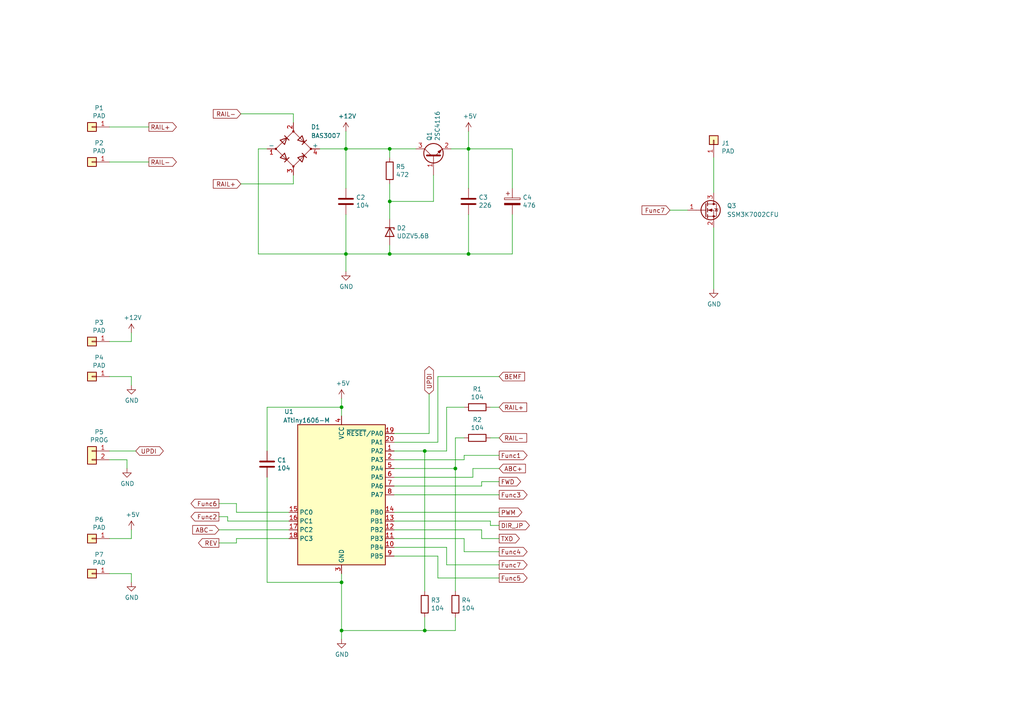
<source format=kicad_sch>
(kicad_sch (version 20230121) (generator eeschema)
  (paper "A4")
  (lib_symbols
    (symbol "Connector_Generic:Conn_01x01" (pin_names (offset 1.016) hide)
      (property "Reference" "J" (at 0 2.54 0))
      (property "Value" "Conn_01x01" (at 0 -2.54 0))
      (symbol "Conn_01x01_1_1"
        (rectangle (start -1.27 0.127) (end 0 -0.127) (stroke (width 0.1524)))
        (rectangle (start -1.27 1.27) (end 1.27 -1.27) (stroke (width 0.254)) (fill (type background)))
        (pin passive line (at -5.08 0 0) (length 3.81) (name "Pin_1") (number "1"))
      )
    )
    (symbol "Connector_Generic:Conn_01x02" (pin_names (offset 1.016) hide)
      (property "Reference" "J" (at 0 2.54 0))
      (property "Value" "Conn_01x02" (at 0 -5.08 0))
      (symbol "Conn_01x02_1_1"
        (rectangle (start -1.27 -2.413) (end 0 -2.667) (stroke (width 0.1524)))
        (rectangle (start -1.27 0.127) (end 0 -0.127) (stroke (width 0.1524)))
        (rectangle (start -1.27 1.27) (end 1.27 -3.81) (stroke (width 0.254)) (fill (type background)))
        (pin passive line (at -5.08 0 0) (length 3.81) (name "Pin_1") (number "1"))
        (pin passive line (at -5.08 -2.54 0) (length 3.81) (name "Pin_2") (number "2"))
      )
    )
    (symbol "Device:C" (pin_numbers hide) (pin_names (offset 0.254))
      (property "Reference" "C" (at 0.635 2.54 0))
      (property "Value" "C" (at 0.635 -2.54 0))
      (symbol "C_0_1"
        (polyline (pts (xy -2.032 -0.762) (xy 2.032 -0.762)) (stroke (width 0.508)))
        (polyline (pts (xy -2.032 0.762) (xy 2.032 0.762)) (stroke (width 0.508)))
      )
      (symbol "C_1_1"
        (pin passive line (at 0 3.81 270) (length 2.794) (name "~") (number "1"))
        (pin passive line (at 0 -3.81 90) (length 2.794) (name "~") (number "2"))
      )
    )
    (symbol "Device:CP" (pin_numbers hide) (pin_names (offset 0.254))
      (property "Reference" "C" (at 0.635 2.54 0))
      (property "Value" "Device_CP" (at 0.635 -2.54 0))
      (symbol "CP_0_1"
        (rectangle (start -2.286 0.508) (end 2.286 1.016))
        (polyline (pts (xy -1.778 2.286) (xy -0.762 2.286)))
        (polyline (pts (xy -1.27 2.794) (xy -1.27 1.778)))
        (rectangle (start 2.286 -0.508) (end -2.286 -1.016) (fill (type outline)))
      )
      (symbol "CP_1_1"
        (pin passive line (at 0 3.81 270) (length 2.794) (name "~") (number "1"))
        (pin passive line (at 0 -3.81 90) (length 2.794) (name "~") (number "2"))
      )
    )
    (symbol "Device:D_Bridge_-AA+" (pin_names (offset 0))
      (property "Reference" "D" (at 2.54 6.985 0))
      (property "Value" "D_Bridge_-AA+" (at 2.54 5.08 0))
      (symbol "D_Bridge_-AA+_0_1"
        (circle (center -5.08 0) (radius 0.254) (fill (type outline)))
        (circle (center 0 -5.08) (radius 0.254) (fill (type outline)))
        (polyline (pts (xy -2.54 3.81) (xy -1.27 2.54)) (stroke (width 0.254)))
        (polyline (pts (xy -1.27 -2.54) (xy -2.54 -3.81)) (stroke (width 0.254)))
        (polyline (pts (xy 2.54 -1.27) (xy 3.81 -2.54)) (stroke (width 0.254)))
        (polyline (pts (xy 2.54 1.27) (xy 3.81 2.54)) (stroke (width 0.254)))
        (polyline (pts (xy -3.81 2.54) (xy -2.54 1.27) (xy -1.905 3.175) (xy -3.81 2.54)) (stroke (width 0.254)))
        (polyline (pts (xy -2.54 -1.27) (xy -3.81 -2.54) (xy -1.905 -3.175) (xy -2.54 -1.27)) (stroke (width 0.254)))
        (polyline (pts (xy 1.27 2.54) (xy 2.54 3.81) (xy 3.175 1.905) (xy 1.27 2.54)) (stroke (width 0.254)))
        (polyline (pts (xy 3.175 -1.905) (xy 1.27 -2.54) (xy 2.54 -3.81) (xy 3.175 -1.905)) (stroke (width 0.254)))
        (polyline (pts (xy -5.08 0) (xy 0 -5.08) (xy 5.08 0) (xy 0 5.08) (xy -5.08 0)))
        (circle (center 0 5.08) (radius 0.254) (fill (type outline)))
        (circle (center 5.08 0) (radius 0.254) (fill (type outline)))
      )
      (symbol "D_Bridge_-AA+_1_1"
        (pin passive line (at -7.62 0 0) (length 2.54) (name "-") (number "1"))
        (pin passive line (at 0 7.62 270) (length 2.54) (name "~") (number "2"))
        (pin passive line (at 0 -7.62 90) (length 2.54) (name "~") (number "3"))
        (pin passive line (at 7.62 0 180) (length 2.54) (name "+") (number "4"))
      )
    )
    (symbol "Device:D_Zener" (pin_numbers hide) (pin_names (offset 1.016) hide)
      (property "Reference" "D" (at 0 2.54 0))
      (property "Value" "D_Zener" (at 0 -2.54 0))
      (symbol "D_Zener_0_1"
        (polyline (pts (xy 1.27 0) (xy -1.27 0)))
        (polyline (pts (xy -1.27 -1.27) (xy -1.27 1.27) (xy -0.762 1.27)) (stroke (width 0.254)))
        (polyline (pts (xy 1.27 -1.27) (xy 1.27 1.27) (xy -1.27 0) (xy 1.27 -1.27)) (stroke (width 0.254)))
      )
      (symbol "D_Zener_1_1"
        (pin passive line (at -3.81 0 0) (length 2.54) (name "K") (number "1"))
        (pin passive line (at 3.81 0 180) (length 2.54) (name "A") (number "2"))
      )
    )
    (symbol "Device:Q_NMOS_GSD" (pin_names (offset 0) hide)
      (property "Reference" "Q" (at 5.08 1.27 0))
      (property "Value" "Q_NMOS_GSD" (at 5.08 -1.27 0))
      (symbol "Q_NMOS_GSD_0_1"
        (polyline (pts (xy 0.254 0) (xy -2.54 0)))
        (polyline (pts (xy 0.254 1.905) (xy 0.254 -1.905)) (stroke (width 0.254)))
        (polyline (pts (xy 0.762 -1.27) (xy 0.762 -2.286)) (stroke (width 0.254)))
        (polyline (pts (xy 0.762 0.508) (xy 0.762 -0.508)) (stroke (width 0.254)))
        (polyline (pts (xy 0.762 2.286) (xy 0.762 1.27)) (stroke (width 0.254)))
        (polyline (pts (xy 2.54 2.54) (xy 2.54 1.778)))
        (polyline (pts (xy 2.54 -2.54) (xy 2.54 0) (xy 0.762 0)))
        (polyline (pts (xy 0.762 -1.778) (xy 3.302 -1.778) (xy 3.302 1.778) (xy 0.762 1.778)))
        (polyline (pts (xy 1.016 0) (xy 2.032 0.381) (xy 2.032 -0.381) (xy 1.016 0)) (fill (type outline)))
        (polyline (pts (xy 2.794 0.508) (xy 2.921 0.381) (xy 3.683 0.381) (xy 3.81 0.254)))
        (polyline (pts (xy 3.302 0.381) (xy 2.921 -0.254) (xy 3.683 -0.254) (xy 3.302 0.381)))
        (circle (center 1.651 0) (radius 2.794) (stroke (width 0.254)))
        (circle (center 2.54 -1.778) (radius 0.254) (fill (type outline)))
        (circle (center 2.54 1.778) (radius 0.254) (fill (type outline)))
      )
      (symbol "Q_NMOS_GSD_1_1"
        (pin input line (at -5.08 0 0) (length 2.54) (name "G") (number "1"))
        (pin passive line (at 2.54 -5.08 90) (length 2.54) (name "S") (number "2"))
        (pin passive line (at 2.54 5.08 270) (length 2.54) (name "D") (number "3"))
      )
    )
    (symbol "Device:Q_NPN_BEC" (pin_names (offset 0) hide)
      (property "Reference" "Q" (at 5.08 1.27 0))
      (property "Value" "Q_NPN_BEC" (at 5.08 -1.27 0))
      (symbol "Q_NPN_BEC_0_1"
        (polyline (pts (xy 0.635 0.635) (xy 2.54 2.54)))
        (polyline (pts (xy 0.635 -0.635) (xy 2.54 -2.54) (xy 2.54 -2.54)))
        (polyline (pts (xy 0.635 1.905) (xy 0.635 -1.905) (xy 0.635 -1.905)) (stroke (width 0.508)))
        (polyline (pts (xy 1.27 -1.778) (xy 1.778 -1.27) (xy 2.286 -2.286) (xy 1.27 -1.778) (xy 1.27 -1.778)) (fill (type outline)))
        (circle (center 1.27 0) (radius 2.8194) (stroke (width 0.254)))
      )
      (symbol "Q_NPN_BEC_1_1"
        (pin input line (at -5.08 0 0) (length 5.715) (name "B") (number "1"))
        (pin passive line (at 2.54 -5.08 90) (length 2.54) (name "E") (number "2"))
        (pin passive line (at 2.54 5.08 270) (length 2.54) (name "C") (number "3"))
      )
    )
    (symbol "Device:R" (pin_numbers hide) (pin_names (offset 0))
      (property "Reference" "R" (at 2.032 0 90))
      (property "Value" "R" (at 0 0 90))
      (symbol "R_0_1"
        (rectangle (start -1.016 -2.54) (end 1.016 2.54) (stroke (width 0.254)))
      )
      (symbol "R_1_1"
        (pin passive line (at 0 3.81 270) (length 1.27) (name "~") (number "1"))
        (pin passive line (at 0 -3.81 90) (length 1.27) (name "~") (number "2"))
      )
    )
    (symbol "MCU_Microchip_ATtiny:ATtiny1606-M"
      (property "Reference" "U" (at -12.7 21.59 0))
      (property "Value" "ATtiny1606-M" (at 2.54 -21.59 0))
      (symbol "ATtiny1606-M_0_1"
        (rectangle (start -12.7 -20.32) (end 12.7 20.32) (stroke (width 0.254)) (fill (type background)))
      )
      (symbol "ATtiny1606-M_1_1"
        (pin bidirectional line (at 15.24 12.7 180) (length 2.54) (name "PA2") (number "1"))
        (pin bidirectional line (at 15.24 -15.24 180) (length 2.54) (name "PB4") (number "10"))
        (pin bidirectional line (at 15.24 -12.7 180) (length 2.54) (name "PB3") (number "11"))
        (pin bidirectional line (at 15.24 -10.16 180) (length 2.54) (name "PB2") (number "12"))
        (pin bidirectional line (at 15.24 -7.62 180) (length 2.54) (name "PB1") (number "13"))
        (pin bidirectional line (at 15.24 -5.08 180) (length 2.54) (name "PB0") (number "14"))
        (pin bidirectional line (at -15.24 -5.08 0) (length 2.54) (name "PC0") (number "15"))
        (pin bidirectional line (at -15.24 -7.62 0) (length 2.54) (name "PC1") (number "16"))
        (pin bidirectional line (at -15.24 -10.16 0) (length 2.54) (name "PC2") (number "17"))
        (pin bidirectional line (at -15.24 -12.7 0) (length 2.54) (name "PC3") (number "18"))
        (pin bidirectional line (at 15.24 17.78 180) (length 2.54) (name "~{RESET}/PA0") (number "19"))
        (pin bidirectional line (at 15.24 10.16 180) (length 2.54) (name "PA3") (number "2"))
        (pin bidirectional line (at 15.24 15.24 180) (length 2.54) (name "PA1") (number "20"))
        (pin passive line (at 0 -22.86 90) (length 2.54) hide (name "GND") (number "21"))
        (pin power_in line (at 0 -22.86 90) (length 2.54) (name "GND") (number "3"))
        (pin power_in line (at 0 22.86 270) (length 2.54) (name "VCC") (number "4"))
        (pin bidirectional line (at 15.24 7.62 180) (length 2.54) (name "PA4") (number "5"))
        (pin bidirectional line (at 15.24 5.08 180) (length 2.54) (name "PA5") (number "6"))
        (pin bidirectional line (at 15.24 2.54 180) (length 2.54) (name "PA6") (number "7"))
        (pin bidirectional line (at 15.24 0 180) (length 2.54) (name "PA7") (number "8"))
        (pin bidirectional line (at 15.24 -17.78 180) (length 2.54) (name "PB5") (number "9"))
      )
    )
    (symbol "power:+12V" (power) (pin_names (offset 0))
      (property "Value" "+12V" (at 0 3.556 0))
      (symbol "+12V_0_1"
        (polyline (pts (xy -0.762 1.27) (xy 0 2.54)))
        (polyline (pts (xy 0 0) (xy 0 2.54)))
        (polyline (pts (xy 0 2.54) (xy 0.762 1.27)))
      )
      (symbol "+12V_1_1"
        (pin power_in line (at 0 0 90) (length 0) hide (name "+12V") (number "1"))
      )
    )
    (symbol "power:+5V" (power) (pin_names (offset 0))
      (property "Value" "+5V" (at 0 3.556 0))
      (symbol "+5V_0_1"
        (polyline (pts (xy -0.762 1.27) (xy 0 2.54)))
        (polyline (pts (xy 0 0) (xy 0 2.54)))
        (polyline (pts (xy 0 2.54) (xy 0.762 1.27)))
      )
      (symbol "+5V_1_1"
        (pin power_in line (at 0 0 90) (length 0) hide (name "+5V") (number "1"))
      )
    )
    (symbol "power:GND" (power) (pin_names (offset 0))
      (property "Value" "GND" (at 0 -3.81 0))
      (symbol "GND_0_1"
        (polyline (pts (xy 0 0) (xy 0 -1.27) (xy 1.27 -1.27) (xy 0 -2.54) (xy -1.27 -1.27) (xy 0 -1.27)))
      )
      (symbol "GND_1_1"
        (pin power_in line (at 0 0 270) (length 0) hide (name "GND") (number "1"))
      )
    )
  )
  (junction (at 135.89 43.18))
  (junction (at 113.03 43.18))
  (junction (at 132.08 135.89))
  (junction (at 99.06 118.11))
  (junction (at 123.19 182.88))
  (junction (at 99.06 182.88))
  (junction (at 113.03 58.42))
  (junction (at 135.89 73.66))
  (junction (at 100.33 43.18))
  (junction (at 113.03 73.66))
  (junction (at 99.06 168.91))
  (junction (at 123.19 130.81))
  (junction (at 100.33 73.66))
  (wire (pts (xy 100.33 73.66) (xy 113.03 73.66)))
  (wire (pts (xy 134.62 133.35) (xy 134.62 132.08)))
  (wire (pts (xy 114.3 148.59) (xy 144.78 148.59)))
  (wire (pts (xy 66.04 151.13) (xy 83.82 151.13)))
  (wire (pts (xy 99.06 168.91) (xy 99.06 182.88)))
  (wire (pts (xy 135.89 62.23) (xy 135.89 73.66)))
  (wire (pts (xy 31.75 156.21) (xy 38.1 156.21)))
  (wire (pts (xy 148.59 54.61) (xy 148.59 43.18)))
  (wire (pts (xy 85.09 53.34) (xy 69.85 53.34)))
  (wire (pts (xy 113.03 71.12) (xy 113.03 73.66)))
  (wire (pts (xy 68.58 148.59) (xy 83.82 148.59)))
  (wire (pts (xy 63.5 146.05) (xy 68.58 146.05)))
  (wire (pts (xy 114.3 158.75) (xy 129.54 158.75)))
  (wire (pts (xy 74.93 43.18) (xy 74.93 73.66)))
  (wire (pts (xy 114.3 135.89) (xy 132.08 135.89)))
  (wire (pts (xy 129.54 118.11) (xy 129.54 130.81)))
  (wire (pts (xy 132.08 127) (xy 134.62 127)))
  (wire (pts (xy 148.59 62.23) (xy 148.59 73.66)))
  (wire (pts (xy 114.3 153.67) (xy 139.7 153.67)))
  (wire (pts (xy 31.75 36.83) (xy 43.18 36.83)))
  (wire (pts (xy 77.47 118.11) (xy 99.06 118.11)))
  (wire (pts (xy 114.3 138.43) (xy 137.16 138.43)))
  (wire (pts (xy 99.06 166.37) (xy 99.06 168.91)))
  (wire (pts (xy 100.33 62.23) (xy 100.33 73.66)))
  (wire (pts (xy 114.3 151.13) (xy 142.24 151.13)))
  (wire (pts (xy 114.3 133.35) (xy 134.62 133.35)))
  (wire (pts (xy 77.47 138.43) (xy 77.47 168.91)))
  (wire (pts (xy 68.58 156.21) (xy 83.82 156.21)))
  (wire (pts (xy 139.7 139.7) (xy 144.78 139.7)))
  (wire (pts (xy 137.16 135.89) (xy 144.78 135.89)))
  (wire (pts (xy 132.08 135.89) (xy 132.08 171.45)))
  (wire (pts (xy 38.1 166.37) (xy 38.1 168.91)))
  (wire (pts (xy 99.06 182.88) (xy 99.06 185.42)))
  (wire (pts (xy 129.54 158.75) (xy 129.54 163.83)))
  (wire (pts (xy 77.47 168.91) (xy 99.06 168.91)))
  (wire (pts (xy 135.89 38.1) (xy 135.89 43.18)))
  (wire (pts (xy 31.75 166.37) (xy 38.1 166.37)))
  (wire (pts (xy 127 109.22) (xy 127 128.27)))
  (wire (pts (xy 113.03 73.66) (xy 135.89 73.66)))
  (wire (pts (xy 68.58 157.48) (xy 68.58 156.21)))
  (wire (pts (xy 100.33 38.1) (xy 100.33 43.18)))
  (wire (pts (xy 120.65 43.18) (xy 113.03 43.18)))
  (wire (pts (xy 77.47 130.81) (xy 77.47 118.11)))
  (wire (pts (xy 114.3 125.73) (xy 124.46 125.73)))
  (wire (pts (xy 31.75 99.06) (xy 38.1 99.06)))
  (wire (pts (xy 148.59 73.66) (xy 135.89 73.66)))
  (wire (pts (xy 114.3 143.51) (xy 144.78 143.51)))
  (wire (pts (xy 113.03 58.42) (xy 113.03 53.34)))
  (wire (pts (xy 36.83 133.35) (xy 36.83 135.89)))
  (wire (pts (xy 129.54 118.11) (xy 134.62 118.11)))
  (wire (pts (xy 77.47 43.18) (xy 74.93 43.18)))
  (wire (pts (xy 85.09 35.56) (xy 85.09 33.02)))
  (wire (pts (xy 123.19 182.88) (xy 99.06 182.88)))
  (wire (pts (xy 142.24 127) (xy 144.78 127)))
  (wire (pts (xy 132.08 179.07) (xy 132.08 182.88)))
  (wire (pts (xy 68.58 146.05) (xy 68.58 148.59)))
  (wire (pts (xy 132.08 127) (xy 132.08 135.89)))
  (wire (pts (xy 130.81 43.18) (xy 135.89 43.18)))
  (wire (pts (xy 38.1 109.22) (xy 38.1 111.76)))
  (wire (pts (xy 137.16 138.43) (xy 137.16 135.89)))
  (wire (pts (xy 142.24 151.13) (xy 142.24 152.4)))
  (wire (pts (xy 114.3 161.29) (xy 127 161.29)))
  (wire (pts (xy 129.54 163.83) (xy 144.78 163.83)))
  (wire (pts (xy 66.04 149.86) (xy 66.04 151.13)))
  (wire (pts (xy 139.7 140.97) (xy 139.7 139.7)))
  (wire (pts (xy 144.78 109.22) (xy 127 109.22)))
  (wire (pts (xy 134.62 160.02) (xy 144.78 160.02)))
  (wire (pts (xy 123.19 171.45) (xy 123.19 130.81)))
  (wire (pts (xy 31.75 46.99) (xy 43.18 46.99)))
  (wire (pts (xy 124.46 125.73) (xy 124.46 114.3)))
  (wire (pts (xy 142.24 118.11) (xy 144.78 118.11)))
  (wire (pts (xy 134.62 156.21) (xy 134.62 160.02)))
  (wire (pts (xy 139.7 156.21) (xy 144.78 156.21)))
  (wire (pts (xy 31.75 130.81) (xy 39.37 130.81)))
  (wire (pts (xy 38.1 99.06) (xy 38.1 96.52)))
  (wire (pts (xy 113.03 58.42) (xy 125.73 58.42)))
  (wire (pts (xy 148.59 43.18) (xy 135.89 43.18)))
  (wire (pts (xy 74.93 73.66) (xy 100.33 73.66)))
  (wire (pts (xy 114.3 130.81) (xy 123.19 130.81)))
  (wire (pts (xy 134.62 132.08) (xy 144.78 132.08)))
  (wire (pts (xy 92.71 43.18) (xy 100.33 43.18)))
  (wire (pts (xy 125.73 58.42) (xy 125.73 50.8)))
  (wire (pts (xy 114.3 156.21) (xy 134.62 156.21)))
  (wire (pts (xy 199.39 60.96) (xy 194.31 60.96)))
  (wire (pts (xy 207.01 66.04) (xy 207.01 83.82)))
  (wire (pts (xy 31.75 133.35) (xy 36.83 133.35)))
  (wire (pts (xy 31.75 109.22) (xy 38.1 109.22)))
  (wire (pts (xy 85.09 50.8) (xy 85.09 53.34)))
  (wire (pts (xy 99.06 118.11) (xy 99.06 115.57)))
  (wire (pts (xy 123.19 130.81) (xy 129.54 130.81)))
  (wire (pts (xy 100.33 54.61) (xy 100.33 43.18)))
  (wire (pts (xy 127 167.64) (xy 144.78 167.64)))
  (wire (pts (xy 63.5 157.48) (xy 68.58 157.48)))
  (wire (pts (xy 100.33 73.66) (xy 100.33 78.74)))
  (wire (pts (xy 207.01 55.88) (xy 207.01 45.72)))
  (wire (pts (xy 63.5 149.86) (xy 66.04 149.86)))
  (wire (pts (xy 99.06 120.65) (xy 99.06 118.11)))
  (wire (pts (xy 142.24 152.4) (xy 144.78 152.4)))
  (wire (pts (xy 38.1 156.21) (xy 38.1 153.67)))
  (wire (pts (xy 139.7 153.67) (xy 139.7 156.21)))
  (wire (pts (xy 135.89 43.18) (xy 135.89 54.61)))
  (wire (pts (xy 132.08 182.88) (xy 123.19 182.88)))
  (wire (pts (xy 123.19 182.88) (xy 123.19 179.07)))
  (wire (pts (xy 69.85 33.02) (xy 85.09 33.02)))
  (wire (pts (xy 100.33 43.18) (xy 113.03 43.18)))
  (wire (pts (xy 127 161.29) (xy 127 167.64)))
  (wire (pts (xy 113.03 63.5) (xy 113.03 58.42)))
  (wire (pts (xy 114.3 128.27) (xy 127 128.27)))
  (wire (pts (xy 114.3 140.97) (xy 139.7 140.97)))
  (wire (pts (xy 113.03 45.72) (xy 113.03 43.18)))
  (wire (pts (xy 63.5 153.67) (xy 83.82 153.67)))
  (global_label "ABC+" (shape input) (at 144.78 135.89 0) (property "Intersheetrefs" "${INTERSHEET_REFS}" (effects hide)))
  (global_label "TXD" (shape output) (at 144.78 156.21 0) (property "Intersheetrefs" "${INTERSHEET_REFS}" (effects hide)))
  (global_label "UPDI" (shape bidirectional) (at 124.46 114.3 90) (property "Intersheetrefs" "${INTERSHEET_REFS}" (effects hide)))
  (global_label "Func7" (shape input) (at 194.31 60.96 180) (property "Intersheetrefs" "${INTERSHEET_REFS}" (effects hide)))
  (global_label "RAIL+" (shape input) (at 144.78 118.11 0) (property "Intersheetrefs" "${INTERSHEET_REFS}" (effects hide)))
  (global_label "BEMF" (shape input) (at 144.78 109.22 0) (property "Intersheetrefs" "${INTERSHEET_REFS}" (effects hide)))
  (global_label "REV" (shape output) (at 63.5 157.48 180) (property "Intersheetrefs" "${INTERSHEET_REFS}" (effects hide)))
  (global_label "Func5" (shape output) (at 144.78 167.64 0) (property "Intersheetrefs" "${INTERSHEET_REFS}" (effects hide)))
  (global_label "FWD" (shape output) (at 144.78 139.7 0) (property "Intersheetrefs" "${INTERSHEET_REFS}" (effects hide)))
  (global_label "Func3" (shape output) (at 144.78 143.51 0) (property "Intersheetrefs" "${INTERSHEET_REFS}" (effects hide)))
  (global_label "Func4" (shape output) (at 144.78 160.02 0) (property "Intersheetrefs" "${INTERSHEET_REFS}" (effects hide)))
  (global_label "Func6" (shape output) (at 63.5 146.05 180) (property "Intersheetrefs" "${INTERSHEET_REFS}" (effects hide)))
  (global_label "RAIL+" (shape output) (at 43.18 36.83 0) (property "Intersheetrefs" "${INTERSHEET_REFS}" (effects hide)))
  (global_label "ABC-" (shape input) (at 63.5 153.67 180) (property "Intersheetrefs" "${INTERSHEET_REFS}" (effects hide)))
  (global_label "PWM" (shape output) (at 144.78 148.59 0) (property "Intersheetrefs" "${INTERSHEET_REFS}" (effects hide)))
  (global_label "DIR_JP" (shape output) (at 144.78 152.4 0) (property "Intersheetrefs" "${INTERSHEET_REFS}" (effects hide)))
  (global_label "Func1" (shape output) (at 144.78 132.08 0) (property "Intersheetrefs" "${INTERSHEET_REFS}" (effects hide)))
  (global_label "RAIL+" (shape input) (at 69.85 53.34 180) (property "Intersheetrefs" "${INTERSHEET_REFS}" (effects hide)))
  (global_label "Func2" (shape output) (at 63.5 149.86 180) (property "Intersheetrefs" "${INTERSHEET_REFS}" (effects hide)))
  (global_label "RAIL-" (shape output) (at 43.18 46.99 0) (property "Intersheetrefs" "${INTERSHEET_REFS}" (effects hide)))
  (global_label "UPDI" (shape bidirectional) (at 39.37 130.81 0) (property "Intersheetrefs" "${INTERSHEET_REFS}" (effects hide)))
  (global_label "RAIL-" (shape input) (at 144.78 127 0) (property "Intersheetrefs" "${INTERSHEET_REFS}" (effects hide)))
  (global_label "RAIL-" (shape input) (at 69.85 33.02 180) (property "Intersheetrefs" "${INTERSHEET_REFS}" (effects hide)))
  (global_label "Func7" (shape output) (at 144.78 163.83 0) (property "Intersheetrefs" "${INTERSHEET_REFS}" (effects hide)))
  (symbol (lib_id "Device:R") (at 113.03 49.53 0) (unit 1)
    (property "Reference" "R5" (at 114.808 48.3616 0) (effects (justify left)))
    (property "Value" "472" (at 114.808 50.673 0) (effects (justify left)))
    (property "Footprint" "footprint:R_1608_v3" (effects hide))
  )
  (symbol (lib_id "power:+5V") (at 38.1 153.67 0) (unit 1)
    (property "Reference" "#PWR09" (effects hide))
    (property "Value" "+5V" (at 38.481 149.2758 0))
  )
  (symbol (lib_id "Device:Q_NPN_BEC") (at 125.73 45.72 90) (unit 1)
    (property "Reference" "Q1" (at 124.5616 40.894 0) (effects (justify left)))
    (property "Value" "2SC4116" (at 126.873 40.894 0) (effects (justify left)))
    (property "Footprint" "footprint:SOT-23" (effects hide))
  )
  (symbol (lib_id "Device:C") (at 100.33 58.42 0) (unit 1)
    (property "Reference" "C2" (at 103.251 57.2516 0) (effects (justify left)))
    (property "Value" "104" (at 103.251 59.563 0) (effects (justify left)))
    (property "Footprint" "footprint:C_1005_v2" (effects hide))
  )
  (symbol (lib_id "Device:R") (at 123.19 175.26 0) (unit 1)
    (property "Reference" "R3" (at 124.968 174.0916 0) (effects (justify left)))
    (property "Value" "104" (at 124.968 176.403 0) (effects (justify left)))
    (property "Footprint" "footprint:R_1608_v3" (effects hide))
  )
  (symbol (lib_id "power:GND") (at 38.1 111.76 0) (unit 1)
    (property "Reference" "#PWR08" (effects hide))
    (property "Value" "GND" (at 38.227 116.1542 0))
  )
  (symbol (lib_id "power:+12V") (at 100.33 38.1 0) (unit 1)
    (property "Reference" "#PWR03" (effects hide))
    (property "Value" "+12V" (at 100.711 33.7058 0))
  )
  (symbol (lib_id "Connector_Generic:Conn_01x01") (at 207.01 40.64 90) (unit 1)
    (property "Reference" "J1" (at 209.2452 41.5544 90) (effects (justify right)))
    (property "Value" "PAD" (at 209.2452 43.8658 90) (effects (justify right)))
    (property "Footprint" "footprint:PAD_1.3x1.3_Hole0.9" (effects hide))
  )
  (symbol (lib_id "Device:R") (at 138.43 127 270) (unit 1)
    (property "Reference" "R2" (at 138.43 121.7422 90))
    (property "Value" "104" (at 138.43 124.0536 90))
    (property "Footprint" "footprint:R_1608_v3" (effects hide))
  )
  (symbol (lib_id "Device:Q_NMOS_GSD") (at 204.47 60.96 0) (unit 1)
    (property "Reference" "Q3" (at 210.82 59.69 0) (effects (justify left)))
    (property "Value" "SSM3K7002CFU" (at 210.82 62.23 0) (effects (justify left)))
    (property "Footprint" "footprint:SOT-23" (effects hide))
  )
  (symbol (lib_id "Device:CP") (at 148.59 58.42 0) (unit 1)
    (property "Reference" "C4" (at 151.5872 57.2516 0) (effects (justify left)))
    (property "Value" "476" (at 151.5872 59.563 0) (effects (justify left)))
    (property "Footprint" "footprint:CP_1608" (effects hide))
  )
  (symbol (lib_id "power:+12V") (at 38.1 96.52 0) (unit 1)
    (property "Reference" "#PWR07" (effects hide))
    (property "Value" "+12V" (at 38.481 92.1258 0))
  )
  (symbol (lib_id "Connector_Generic:Conn_01x01") (at 26.67 46.99 0) (mirror y) (unit 1)
    (property "Reference" "P2" (at 28.7528 41.4782 0))
    (property "Value" "PAD" (at 28.7528 43.7896 0))
    (property "Footprint" "footprint:PAD_1.3x1.3_Hole0.9" (effects hide))
  )
  (symbol (lib_id "Device:D_Zener") (at 113.03 67.31 270) (unit 1)
    (property "Reference" "D2" (at 115.062 66.1416 90) (effects (justify left)))
    (property "Value" "UDZV5.6B" (at 115.062 68.453 90) (effects (justify left)))
    (property "Footprint" "footprint:UMD2" (effects hide))
  )
  (symbol (lib_id "power:GND") (at 36.83 135.89 0) (unit 1)
    (property "Reference" "#PWR06" (effects hide))
    (property "Value" "GND" (at 36.957 140.2842 0))
  )
  (symbol (lib_id "Connector_Generic:Conn_01x01") (at 26.67 36.83 0) (mirror y) (unit 1)
    (property "Reference" "P1" (at 28.7528 31.3182 0))
    (property "Value" "PAD" (at 28.7528 33.6296 0))
    (property "Footprint" "footprint:PAD_1.3x1.3_Hole0.9" (effects hide))
  )
  (symbol (lib_id "Device:C") (at 135.89 58.42 0) (unit 1)
    (property "Reference" "C3" (at 138.811 57.2516 0) (effects (justify left)))
    (property "Value" "226" (at 138.811 59.563 0) (effects (justify left)))
    (property "Footprint" "footprint:C_1608" (effects hide))
  )
  (symbol (lib_id "Connector_Generic:Conn_01x02") (at 26.67 130.81 0) (mirror y) (unit 1)
    (property "Reference" "P5" (at 28.7528 125.2982 0))
    (property "Value" "PROG" (at 28.7528 127.6096 0))
    (property "Footprint" "footprint:PAD_PROG_2PIN_HOLE0.7" (effects hide))
  )
  (symbol (lib_id "power:+5V") (at 135.89 38.1 0) (unit 1)
    (property "Reference" "#PWR05" (effects hide))
    (property "Value" "+5V" (at 136.271 33.7058 0))
  )
  (symbol (lib_id "Device:D_Bridge_-AA+") (at 85.09 43.18 0) (unit 1)
    (property "Reference" "D1" (at 90.17 36.83 0) (effects (justify left)))
    (property "Value" "BAS3007" (at 90.17 39.37 0) (effects (justify left)))
    (property "Footprint" "footprint:SOT-143" (effects hide))
  )
  (symbol (lib_id "Connector_Generic:Conn_01x01") (at 26.67 99.06 0) (mirror y) (unit 1)
    (property "Reference" "P3" (at 28.7528 93.5482 0))
    (property "Value" "PAD" (at 28.7528 95.8596 0))
    (property "Footprint" "footprint:PAD_1.3x1.3_Hole0.9" (effects hide))
  )
  (symbol (lib_id "Device:C") (at 77.47 134.62 0) (unit 1)
    (property "Reference" "C1" (at 80.391 133.4516 0) (effects (justify left)))
    (property "Value" "104" (at 80.391 135.763 0) (effects (justify left)))
    (property "Footprint" "footprint:C_1005_v2" (effects hide))
  )
  (symbol (lib_id "power:GND") (at 99.06 185.42 0) (unit 1)
    (property "Reference" "#PWR02" (effects hide))
    (property "Value" "GND" (at 99.187 189.8142 0))
  )
  (symbol (lib_id "Device:R") (at 138.43 118.11 270) (unit 1)
    (property "Reference" "R1" (at 138.43 112.8522 90))
    (property "Value" "104" (at 138.43 115.1636 90))
    (property "Footprint" "footprint:R_1608_v3" (effects hide))
  )
  (symbol (lib_id "Device:R") (at 132.08 175.26 0) (unit 1)
    (property "Reference" "R4" (at 133.858 174.0916 0) (effects (justify left)))
    (property "Value" "104" (at 133.858 176.403 0) (effects (justify left)))
    (property "Footprint" "footprint:R_1608_v3" (effects hide))
  )
  (symbol (lib_id "power:GND") (at 207.01 83.82 0) (unit 1)
    (property "Reference" "#PWR011" (effects hide))
    (property "Value" "GND" (at 207.137 88.2142 0))
  )
  (symbol (lib_id "Connector_Generic:Conn_01x01") (at 26.67 156.21 0) (mirror y) (unit 1)
    (property "Reference" "P6" (at 28.7528 150.6982 0))
    (property "Value" "PAD" (at 28.7528 153.0096 0))
    (property "Footprint" "footprint:PAD_1.3x1.3_Hole0.9" (effects hide))
  )
  (symbol (lib_id "power:GND") (at 38.1 168.91 0) (unit 1)
    (property "Reference" "#PWR010" (effects hide))
    (property "Value" "GND" (at 38.227 173.3042 0))
  )
  (symbol (lib_id "Connector_Generic:Conn_01x01") (at 26.67 109.22 0) (mirror y) (unit 1)
    (property "Reference" "P4" (at 28.7528 103.7082 0))
    (property "Value" "PAD" (at 28.7528 106.0196 0))
    (property "Footprint" "footprint:PAD_1.3x1.3_Hole0.9" (effects hide))
  )
  (symbol (lib_id "power:GND") (at 100.33 78.74 0) (unit 1)
    (property "Reference" "#PWR04" (effects hide))
    (property "Value" "GND" (at 100.457 83.1342 0))
  )
  (symbol (lib_id "Connector_Generic:Conn_01x01") (at 26.67 166.37 0) (mirror y) (unit 1)
    (property "Reference" "P7" (at 28.7528 160.8582 0))
    (property "Value" "PAD" (at 28.7528 163.1696 0))
    (property "Footprint" "footprint:PAD_1.3x1.3_Hole0.9" (effects hide))
  )
  (symbol (lib_id "MCU_Microchip_ATtiny:ATtiny1606-M") (at 99.06 143.51 0) (unit 1)
    (property "Reference" "U1" (at 83.82 119.38 0))
    (property "Value" "ATtiny1606-M" (at 88.9 121.92 0))
    (property "Footprint" "footprint:VQFN-20-1EP_3x3mm_P0.4mm_EP1.7x1.7mm" (effects hide))
    (property "Datasheet" "http://ww1.microchip.com/downloads/en/DeviceDoc/ATtiny806_1606_Data_Sheet_40002029A.pdf" (effects hide))
  )
  (symbol (lib_id "power:+5V") (at 99.06 115.57 0) (unit 1)
    (property "Reference" "#PWR01" (effects hide))
    (property "Value" "+5V" (at 99.441 111.1758 0))
  )
)
</source>
